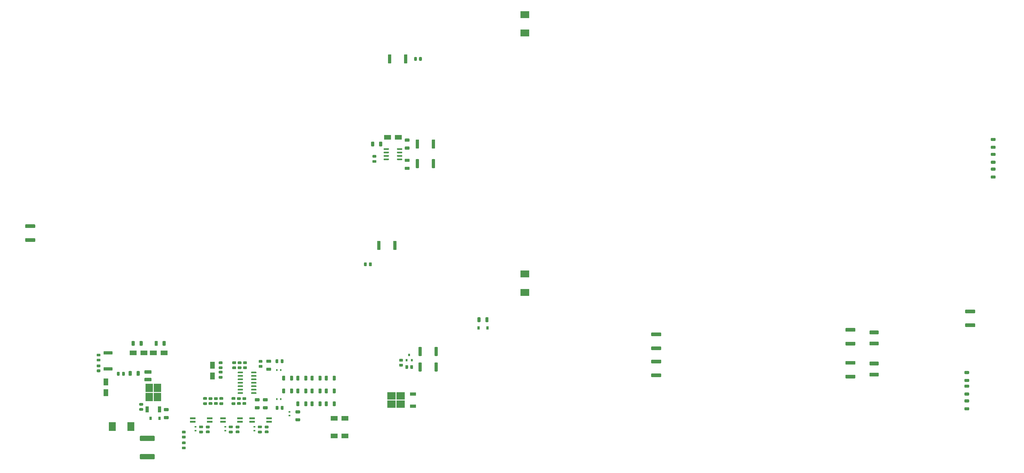
<source format=gtp>
G04 #@! TF.GenerationSoftware,KiCad,Pcbnew,(5.1.7)-1*
G04 #@! TF.CreationDate,2021-02-02T18:25:37+02:00*
G04 #@! TF.ProjectId,CP_inverter,43505f69-6e76-4657-9274-65722e6b6963,rev?*
G04 #@! TF.SameCoordinates,Original*
G04 #@! TF.FileFunction,Paste,Top*
G04 #@! TF.FilePolarity,Positive*
%FSLAX46Y46*%
G04 Gerber Fmt 4.6, Leading zero omitted, Abs format (unit mm)*
G04 Created by KiCad (PCBNEW (5.1.7)-1) date 2021-02-02 18:25:37*
%MOMM*%
%LPD*%
G01*
G04 APERTURE LIST*
%ADD10R,2.500000X1.800000*%
%ADD11R,0.600000X0.700000*%
%ADD12R,0.700000X0.600000*%
%ADD13R,0.900000X1.200000*%
%ADD14R,2.500000X3.300000*%
%ADD15R,3.300000X2.500000*%
%ADD16R,0.800000X0.900000*%
%ADD17R,3.050000X2.750000*%
%ADD18R,2.200000X1.200000*%
%ADD19R,2.000000X0.640000*%
%ADD20R,1.200000X2.200000*%
%ADD21R,2.750000X3.050000*%
%ADD22R,1.800000X2.500000*%
G04 APERTURE END LIST*
D10*
G04 #@! TO.C,D2*
X150500000Y-233500000D03*
X154500000Y-233500000D03*
G04 #@! TD*
G04 #@! TO.C,R17*
G36*
G01*
X109050002Y-208775000D02*
X108149998Y-208775000D01*
G75*
G02*
X107900000Y-208525002I0J249998D01*
G01*
X107900000Y-207999998D01*
G75*
G02*
X108149998Y-207750000I249998J0D01*
G01*
X109050002Y-207750000D01*
G75*
G02*
X109300000Y-207999998I0J-249998D01*
G01*
X109300000Y-208525002D01*
G75*
G02*
X109050002Y-208775000I-249998J0D01*
G01*
G37*
G36*
G01*
X109050002Y-206950000D02*
X108149998Y-206950000D01*
G75*
G02*
X107900000Y-206700002I0J249998D01*
G01*
X107900000Y-206174998D01*
G75*
G02*
X108149998Y-205925000I249998J0D01*
G01*
X109050002Y-205925000D01*
G75*
G02*
X109300000Y-206174998I0J-249998D01*
G01*
X109300000Y-206700002D01*
G75*
G02*
X109050002Y-206950000I-249998J0D01*
G01*
G37*
G04 #@! TD*
D11*
G04 #@! TO.C,D10*
X129400000Y-219850000D03*
X130800000Y-219850000D03*
G04 #@! TD*
G04 #@! TO.C,C1*
G36*
G01*
X124449999Y-219550000D02*
X125750001Y-219550000D01*
G75*
G02*
X126000000Y-219799999I0J-249999D01*
G01*
X126000000Y-220450001D01*
G75*
G02*
X125750001Y-220700000I-249999J0D01*
G01*
X124449999Y-220700000D01*
G75*
G02*
X124200000Y-220450001I0J249999D01*
G01*
X124200000Y-219799999D01*
G75*
G02*
X124449999Y-219550000I249999J0D01*
G01*
G37*
G36*
G01*
X124449999Y-222500000D02*
X125750001Y-222500000D01*
G75*
G02*
X126000000Y-222749999I0J-249999D01*
G01*
X126000000Y-223400001D01*
G75*
G02*
X125750001Y-223650000I-249999J0D01*
G01*
X124449999Y-223650000D01*
G75*
G02*
X124200000Y-223400001I0J249999D01*
G01*
X124200000Y-222749999D01*
G75*
G02*
X124449999Y-222500000I249999J0D01*
G01*
G37*
G04 #@! TD*
G04 #@! TO.C,C2*
G36*
G01*
X122625000Y-231550000D02*
X123575000Y-231550000D01*
G75*
G02*
X123825000Y-231800000I0J-250000D01*
G01*
X123825000Y-232300000D01*
G75*
G02*
X123575000Y-232550000I-250000J0D01*
G01*
X122625000Y-232550000D01*
G75*
G02*
X122375000Y-232300000I0J250000D01*
G01*
X122375000Y-231800000D01*
G75*
G02*
X122625000Y-231550000I250000J0D01*
G01*
G37*
G36*
G01*
X122625000Y-229650000D02*
X123575000Y-229650000D01*
G75*
G02*
X123825000Y-229900000I0J-250000D01*
G01*
X123825000Y-230400000D01*
G75*
G02*
X123575000Y-230650000I-250000J0D01*
G01*
X122625000Y-230650000D01*
G75*
G02*
X122375000Y-230400000I0J250000D01*
G01*
X122375000Y-229900000D01*
G75*
G02*
X122625000Y-229650000I250000J0D01*
G01*
G37*
G04 #@! TD*
G04 #@! TO.C,C3*
G36*
G01*
X100875000Y-229650000D02*
X101825000Y-229650000D01*
G75*
G02*
X102075000Y-229900000I0J-250000D01*
G01*
X102075000Y-230400000D01*
G75*
G02*
X101825000Y-230650000I-250000J0D01*
G01*
X100875000Y-230650000D01*
G75*
G02*
X100625000Y-230400000I0J250000D01*
G01*
X100625000Y-229900000D01*
G75*
G02*
X100875000Y-229650000I250000J0D01*
G01*
G37*
G36*
G01*
X100875000Y-231550000D02*
X101825000Y-231550000D01*
G75*
G02*
X102075000Y-231800000I0J-250000D01*
G01*
X102075000Y-232300000D01*
G75*
G02*
X101825000Y-232550000I-250000J0D01*
G01*
X100875000Y-232550000D01*
G75*
G02*
X100625000Y-232300000I0J250000D01*
G01*
X100625000Y-231800000D01*
G75*
G02*
X100875000Y-231550000I250000J0D01*
G01*
G37*
G04 #@! TD*
G04 #@! TO.C,C4*
G36*
G01*
X121449999Y-219550000D02*
X122750001Y-219550000D01*
G75*
G02*
X123000000Y-219799999I0J-249999D01*
G01*
X123000000Y-220450001D01*
G75*
G02*
X122750001Y-220700000I-249999J0D01*
G01*
X121449999Y-220700000D01*
G75*
G02*
X121200000Y-220450001I0J249999D01*
G01*
X121200000Y-219799999D01*
G75*
G02*
X121449999Y-219550000I249999J0D01*
G01*
G37*
G36*
G01*
X121449999Y-222500000D02*
X122750001Y-222500000D01*
G75*
G02*
X123000000Y-222749999I0J-249999D01*
G01*
X123000000Y-223400001D01*
G75*
G02*
X122750001Y-223650000I-249999J0D01*
G01*
X121449999Y-223650000D01*
G75*
G02*
X121200000Y-223400001I0J249999D01*
G01*
X121200000Y-222749999D01*
G75*
G02*
X121449999Y-222500000I249999J0D01*
G01*
G37*
G04 #@! TD*
G04 #@! TO.C,C5*
G36*
G01*
X112875000Y-219150000D02*
X113825000Y-219150000D01*
G75*
G02*
X114075000Y-219400000I0J-250000D01*
G01*
X114075000Y-219900000D01*
G75*
G02*
X113825000Y-220150000I-250000J0D01*
G01*
X112875000Y-220150000D01*
G75*
G02*
X112625000Y-219900000I0J250000D01*
G01*
X112625000Y-219400000D01*
G75*
G02*
X112875000Y-219150000I250000J0D01*
G01*
G37*
G36*
G01*
X112875000Y-221050000D02*
X113825000Y-221050000D01*
G75*
G02*
X114075000Y-221300000I0J-250000D01*
G01*
X114075000Y-221800000D01*
G75*
G02*
X113825000Y-222050000I-250000J0D01*
G01*
X112875000Y-222050000D01*
G75*
G02*
X112625000Y-221800000I0J250000D01*
G01*
X112625000Y-221300000D01*
G75*
G02*
X112875000Y-221050000I250000J0D01*
G01*
G37*
G04 #@! TD*
G04 #@! TO.C,C6*
G36*
G01*
X342912350Y-207125000D02*
X339587650Y-207125000D01*
G75*
G02*
X339400000Y-206937350I0J187650D01*
G01*
X339400000Y-205962650D01*
G75*
G02*
X339587650Y-205775000I187650J0D01*
G01*
X342912350Y-205775000D01*
G75*
G02*
X343100000Y-205962650I0J-187650D01*
G01*
X343100000Y-206937350D01*
G75*
G02*
X342912350Y-207125000I-187650J0D01*
G01*
G37*
G36*
G01*
X342912350Y-212225000D02*
X339587650Y-212225000D01*
G75*
G02*
X339400000Y-212037350I0J187650D01*
G01*
X339400000Y-211062650D01*
G75*
G02*
X339587650Y-210875000I187650J0D01*
G01*
X342912350Y-210875000D01*
G75*
G02*
X343100000Y-211062650I0J-187650D01*
G01*
X343100000Y-212037350D01*
G75*
G02*
X342912350Y-212225000I-187650J0D01*
G01*
G37*
G04 #@! TD*
G04 #@! TO.C,C7*
G36*
G01*
X342912350Y-194925000D02*
X339587650Y-194925000D01*
G75*
G02*
X339400000Y-194737350I0J187650D01*
G01*
X339400000Y-193762650D01*
G75*
G02*
X339587650Y-193575000I187650J0D01*
G01*
X342912350Y-193575000D01*
G75*
G02*
X343100000Y-193762650I0J-187650D01*
G01*
X343100000Y-194737350D01*
G75*
G02*
X342912350Y-194925000I-187650J0D01*
G01*
G37*
G36*
G01*
X342912350Y-200025000D02*
X339587650Y-200025000D01*
G75*
G02*
X339400000Y-199837350I0J187650D01*
G01*
X339400000Y-198862650D01*
G75*
G02*
X339587650Y-198675000I187650J0D01*
G01*
X342912350Y-198675000D01*
G75*
G02*
X343100000Y-198862650I0J-187650D01*
G01*
X343100000Y-199837350D01*
G75*
G02*
X342912350Y-200025000I-187650J0D01*
G01*
G37*
G04 #@! TD*
G04 #@! TO.C,C8*
G36*
G01*
X114075000Y-206900000D02*
X113125000Y-206900000D01*
G75*
G02*
X112875000Y-206650000I0J250000D01*
G01*
X112875000Y-206150000D01*
G75*
G02*
X113125000Y-205900000I250000J0D01*
G01*
X114075000Y-205900000D01*
G75*
G02*
X114325000Y-206150000I0J-250000D01*
G01*
X114325000Y-206650000D01*
G75*
G02*
X114075000Y-206900000I-250000J0D01*
G01*
G37*
G36*
G01*
X114075000Y-208800000D02*
X113125000Y-208800000D01*
G75*
G02*
X112875000Y-208550000I0J250000D01*
G01*
X112875000Y-208050000D01*
G75*
G02*
X113125000Y-207800000I250000J0D01*
G01*
X114075000Y-207800000D01*
G75*
G02*
X114325000Y-208050000I0J-250000D01*
G01*
X114325000Y-208550000D01*
G75*
G02*
X114075000Y-208800000I-250000J0D01*
G01*
G37*
G04 #@! TD*
G04 #@! TO.C,C10*
G36*
G01*
X102375000Y-219150000D02*
X103325000Y-219150000D01*
G75*
G02*
X103575000Y-219400000I0J-250000D01*
G01*
X103575000Y-219900000D01*
G75*
G02*
X103325000Y-220150000I-250000J0D01*
G01*
X102375000Y-220150000D01*
G75*
G02*
X102125000Y-219900000I0J250000D01*
G01*
X102125000Y-219400000D01*
G75*
G02*
X102375000Y-219150000I250000J0D01*
G01*
G37*
G36*
G01*
X102375000Y-221050000D02*
X103325000Y-221050000D01*
G75*
G02*
X103575000Y-221300000I0J-250000D01*
G01*
X103575000Y-221800000D01*
G75*
G02*
X103325000Y-222050000I-250000J0D01*
G01*
X102375000Y-222050000D01*
G75*
G02*
X102125000Y-221800000I0J250000D01*
G01*
X102125000Y-221300000D01*
G75*
G02*
X102375000Y-221050000I250000J0D01*
G01*
G37*
G04 #@! TD*
G04 #@! TO.C,C11*
G36*
G01*
X109325000Y-222050000D02*
X108375000Y-222050000D01*
G75*
G02*
X108125000Y-221800000I0J250000D01*
G01*
X108125000Y-221300000D01*
G75*
G02*
X108375000Y-221050000I250000J0D01*
G01*
X109325000Y-221050000D01*
G75*
G02*
X109575000Y-221300000I0J-250000D01*
G01*
X109575000Y-221800000D01*
G75*
G02*
X109325000Y-222050000I-250000J0D01*
G01*
G37*
G36*
G01*
X109325000Y-220150000D02*
X108375000Y-220150000D01*
G75*
G02*
X108125000Y-219900000I0J250000D01*
G01*
X108125000Y-219400000D01*
G75*
G02*
X108375000Y-219150000I250000J0D01*
G01*
X109325000Y-219150000D01*
G75*
G02*
X109575000Y-219400000I0J-250000D01*
G01*
X109575000Y-219900000D01*
G75*
G02*
X109325000Y-220150000I-250000J0D01*
G01*
G37*
G04 #@! TD*
G04 #@! TO.C,C12*
G36*
G01*
X125699999Y-205300000D02*
X127000001Y-205300000D01*
G75*
G02*
X127250000Y-205549999I0J-249999D01*
G01*
X127250000Y-206200001D01*
G75*
G02*
X127000001Y-206450000I-249999J0D01*
G01*
X125699999Y-206450000D01*
G75*
G02*
X125450000Y-206200001I0J249999D01*
G01*
X125450000Y-205549999D01*
G75*
G02*
X125699999Y-205300000I249999J0D01*
G01*
G37*
G36*
G01*
X125699999Y-208250000D02*
X127000001Y-208250000D01*
G75*
G02*
X127250000Y-208499999I0J-249999D01*
G01*
X127250000Y-209150001D01*
G75*
G02*
X127000001Y-209400000I-249999J0D01*
G01*
X125699999Y-209400000D01*
G75*
G02*
X125450000Y-209150001I0J249999D01*
G01*
X125450000Y-208499999D01*
G75*
G02*
X125699999Y-208250000I249999J0D01*
G01*
G37*
G04 #@! TD*
G04 #@! TO.C,C13*
G36*
G01*
X111875000Y-229650000D02*
X112825000Y-229650000D01*
G75*
G02*
X113075000Y-229900000I0J-250000D01*
G01*
X113075000Y-230400000D01*
G75*
G02*
X112825000Y-230650000I-250000J0D01*
G01*
X111875000Y-230650000D01*
G75*
G02*
X111625000Y-230400000I0J250000D01*
G01*
X111625000Y-229900000D01*
G75*
G02*
X111875000Y-229650000I250000J0D01*
G01*
G37*
G36*
G01*
X111875000Y-231550000D02*
X112825000Y-231550000D01*
G75*
G02*
X113075000Y-231800000I0J-250000D01*
G01*
X113075000Y-232300000D01*
G75*
G02*
X112825000Y-232550000I-250000J0D01*
G01*
X111875000Y-232550000D01*
G75*
G02*
X111625000Y-232300000I0J250000D01*
G01*
X111625000Y-231800000D01*
G75*
G02*
X111875000Y-231550000I250000J0D01*
G01*
G37*
G04 #@! TD*
G04 #@! TO.C,C14*
G36*
G01*
X271162350Y-211725000D02*
X267837650Y-211725000D01*
G75*
G02*
X267650000Y-211537350I0J187650D01*
G01*
X267650000Y-210562650D01*
G75*
G02*
X267837650Y-210375000I187650J0D01*
G01*
X271162350Y-210375000D01*
G75*
G02*
X271350000Y-210562650I0J-187650D01*
G01*
X271350000Y-211537350D01*
G75*
G02*
X271162350Y-211725000I-187650J0D01*
G01*
G37*
G36*
G01*
X271162350Y-206625000D02*
X267837650Y-206625000D01*
G75*
G02*
X267650000Y-206437350I0J187650D01*
G01*
X267650000Y-205462650D01*
G75*
G02*
X267837650Y-205275000I187650J0D01*
G01*
X271162350Y-205275000D01*
G75*
G02*
X271350000Y-205462650I0J-187650D01*
G01*
X271350000Y-206437350D01*
G75*
G02*
X271162350Y-206625000I-187650J0D01*
G01*
G37*
G04 #@! TD*
G04 #@! TO.C,C15*
G36*
G01*
X271162350Y-201725000D02*
X267837650Y-201725000D01*
G75*
G02*
X267650000Y-201537350I0J187650D01*
G01*
X267650000Y-200562650D01*
G75*
G02*
X267837650Y-200375000I187650J0D01*
G01*
X271162350Y-200375000D01*
G75*
G02*
X271350000Y-200562650I0J-187650D01*
G01*
X271350000Y-201537350D01*
G75*
G02*
X271162350Y-201725000I-187650J0D01*
G01*
G37*
G36*
G01*
X271162350Y-196625000D02*
X267837650Y-196625000D01*
G75*
G02*
X267650000Y-196437350I0J187650D01*
G01*
X267650000Y-195462650D01*
G75*
G02*
X267837650Y-195275000I187650J0D01*
G01*
X271162350Y-195275000D01*
G75*
G02*
X271350000Y-195462650I0J-187650D01*
G01*
X271350000Y-196437350D01*
G75*
G02*
X271162350Y-196625000I-187650J0D01*
G01*
G37*
G04 #@! TD*
G04 #@! TO.C,C16*
G36*
G01*
X109075000Y-210400000D02*
X108125000Y-210400000D01*
G75*
G02*
X107875000Y-210150000I0J250000D01*
G01*
X107875000Y-209650000D01*
G75*
G02*
X108125000Y-209400000I250000J0D01*
G01*
X109075000Y-209400000D01*
G75*
G02*
X109325000Y-209650000I0J-250000D01*
G01*
X109325000Y-210150000D01*
G75*
G02*
X109075000Y-210400000I-250000J0D01*
G01*
G37*
G36*
G01*
X109075000Y-212300000D02*
X108125000Y-212300000D01*
G75*
G02*
X107875000Y-212050000I0J250000D01*
G01*
X107875000Y-211550000D01*
G75*
G02*
X108125000Y-211300000I250000J0D01*
G01*
X109075000Y-211300000D01*
G75*
G02*
X109325000Y-211550000I0J-250000D01*
G01*
X109325000Y-212050000D01*
G75*
G02*
X109075000Y-212300000I-250000J0D01*
G01*
G37*
G04 #@! TD*
G04 #@! TO.C,C18*
G36*
G01*
X130800000Y-206325000D02*
X130800000Y-205375000D01*
G75*
G02*
X131050000Y-205125000I250000J0D01*
G01*
X131550000Y-205125000D01*
G75*
G02*
X131800000Y-205375000I0J-250000D01*
G01*
X131800000Y-206325000D01*
G75*
G02*
X131550000Y-206575000I-250000J0D01*
G01*
X131050000Y-206575000D01*
G75*
G02*
X130800000Y-206325000I0J250000D01*
G01*
G37*
G36*
G01*
X128900000Y-206325000D02*
X128900000Y-205375000D01*
G75*
G02*
X129150000Y-205125000I250000J0D01*
G01*
X129650000Y-205125000D01*
G75*
G02*
X129900000Y-205375000I0J-250000D01*
G01*
X129900000Y-206325000D01*
G75*
G02*
X129650000Y-206575000I-250000J0D01*
G01*
X129150000Y-206575000D01*
G75*
G02*
X128900000Y-206325000I0J250000D01*
G01*
G37*
G04 #@! TD*
G04 #@! TO.C,C20*
G36*
G01*
X204600000Y-189849999D02*
X204600000Y-191150001D01*
G75*
G02*
X204350001Y-191400000I-249999J0D01*
G01*
X203699999Y-191400000D01*
G75*
G02*
X203450000Y-191150001I0J249999D01*
G01*
X203450000Y-189849999D01*
G75*
G02*
X203699999Y-189600000I249999J0D01*
G01*
X204350001Y-189600000D01*
G75*
G02*
X204600000Y-189849999I0J-249999D01*
G01*
G37*
G36*
G01*
X207550000Y-189849999D02*
X207550000Y-191150001D01*
G75*
G02*
X207300001Y-191400000I-249999J0D01*
G01*
X206649999Y-191400000D01*
G75*
G02*
X206400000Y-191150001I0J249999D01*
G01*
X206400000Y-189849999D01*
G75*
G02*
X206649999Y-189600000I249999J0D01*
G01*
X207300001Y-189600000D01*
G75*
G02*
X207550000Y-189849999I0J-249999D01*
G01*
G37*
G04 #@! TD*
G04 #@! TO.C,C21*
G36*
G01*
X130850000Y-223575000D02*
X130850000Y-222625000D01*
G75*
G02*
X131100000Y-222375000I250000J0D01*
G01*
X131600000Y-222375000D01*
G75*
G02*
X131850000Y-222625000I0J-250000D01*
G01*
X131850000Y-223575000D01*
G75*
G02*
X131600000Y-223825000I-250000J0D01*
G01*
X131100000Y-223825000D01*
G75*
G02*
X130850000Y-223575000I0J250000D01*
G01*
G37*
G36*
G01*
X128950000Y-223575000D02*
X128950000Y-222625000D01*
G75*
G02*
X129200000Y-222375000I250000J0D01*
G01*
X129700000Y-222375000D01*
G75*
G02*
X129950000Y-222625000I0J-250000D01*
G01*
X129950000Y-223575000D01*
G75*
G02*
X129700000Y-223825000I-250000J0D01*
G01*
X129200000Y-223825000D01*
G75*
G02*
X128950000Y-223575000I0J250000D01*
G01*
G37*
G04 #@! TD*
G04 #@! TO.C,C22*
G36*
G01*
X36587650Y-155225000D02*
X39912350Y-155225000D01*
G75*
G02*
X40100000Y-155412650I0J-187650D01*
G01*
X40100000Y-156387350D01*
G75*
G02*
X39912350Y-156575000I-187650J0D01*
G01*
X36587650Y-156575000D01*
G75*
G02*
X36400000Y-156387350I0J187650D01*
G01*
X36400000Y-155412650D01*
G75*
G02*
X36587650Y-155225000I187650J0D01*
G01*
G37*
G36*
G01*
X36587650Y-160325000D02*
X39912350Y-160325000D01*
G75*
G02*
X40100000Y-160512650I0J-187650D01*
G01*
X40100000Y-161487350D01*
G75*
G02*
X39912350Y-161675000I-187650J0D01*
G01*
X36587650Y-161675000D01*
G75*
G02*
X36400000Y-161487350I0J187650D01*
G01*
X36400000Y-160512650D01*
G75*
G02*
X36587650Y-160325000I187650J0D01*
G01*
G37*
G04 #@! TD*
G04 #@! TO.C,C25*
G36*
G01*
X77550000Y-211000001D02*
X77550000Y-209699999D01*
G75*
G02*
X77799999Y-209450000I249999J0D01*
G01*
X78450001Y-209450000D01*
G75*
G02*
X78700000Y-209699999I0J-249999D01*
G01*
X78700000Y-211000001D01*
G75*
G02*
X78450001Y-211250000I-249999J0D01*
G01*
X77799999Y-211250000D01*
G75*
G02*
X77550000Y-211000001I0J249999D01*
G01*
G37*
G36*
G01*
X74600000Y-211000001D02*
X74600000Y-209699999D01*
G75*
G02*
X74849999Y-209450000I249999J0D01*
G01*
X75500001Y-209450000D01*
G75*
G02*
X75750000Y-209699999I0J-249999D01*
G01*
X75750000Y-211000001D01*
G75*
G02*
X75500001Y-211250000I-249999J0D01*
G01*
X74849999Y-211250000D01*
G75*
G02*
X74600000Y-211000001I0J249999D01*
G01*
G37*
G04 #@! TD*
G04 #@! TO.C,C26*
G36*
G01*
X79725000Y-224200000D02*
X78775000Y-224200000D01*
G75*
G02*
X78525000Y-223950000I0J250000D01*
G01*
X78525000Y-223450000D01*
G75*
G02*
X78775000Y-223200000I250000J0D01*
G01*
X79725000Y-223200000D01*
G75*
G02*
X79975000Y-223450000I0J-250000D01*
G01*
X79975000Y-223950000D01*
G75*
G02*
X79725000Y-224200000I-250000J0D01*
G01*
G37*
G36*
G01*
X79725000Y-222300000D02*
X78775000Y-222300000D01*
G75*
G02*
X78525000Y-222050000I0J250000D01*
G01*
X78525000Y-221550000D01*
G75*
G02*
X78775000Y-221300000I250000J0D01*
G01*
X79725000Y-221300000D01*
G75*
G02*
X79975000Y-221550000I0J-250000D01*
G01*
X79975000Y-222050000D01*
G75*
G02*
X79725000Y-222300000I-250000J0D01*
G01*
G37*
G04 #@! TD*
G04 #@! TO.C,C29*
G36*
G01*
X87849999Y-223200000D02*
X89150001Y-223200000D01*
G75*
G02*
X89400000Y-223449999I0J-249999D01*
G01*
X89400000Y-224100001D01*
G75*
G02*
X89150001Y-224350000I-249999J0D01*
G01*
X87849999Y-224350000D01*
G75*
G02*
X87600000Y-224100001I0J249999D01*
G01*
X87600000Y-223449999D01*
G75*
G02*
X87849999Y-223200000I249999J0D01*
G01*
G37*
G36*
G01*
X87849999Y-226150000D02*
X89150001Y-226150000D01*
G75*
G02*
X89400000Y-226399999I0J-249999D01*
G01*
X89400000Y-227050001D01*
G75*
G02*
X89150001Y-227300000I-249999J0D01*
G01*
X87849999Y-227300000D01*
G75*
G02*
X87600000Y-227050001I0J249999D01*
G01*
X87600000Y-226399999D01*
G75*
G02*
X87849999Y-226150000I249999J0D01*
G01*
G37*
G04 #@! TD*
G04 #@! TO.C,C34*
G36*
G01*
X72200000Y-210975000D02*
X72200000Y-210025000D01*
G75*
G02*
X72450000Y-209775000I250000J0D01*
G01*
X72950000Y-209775000D01*
G75*
G02*
X73200000Y-210025000I0J-250000D01*
G01*
X73200000Y-210975000D01*
G75*
G02*
X72950000Y-211225000I-250000J0D01*
G01*
X72450000Y-211225000D01*
G75*
G02*
X72200000Y-210975000I0J250000D01*
G01*
G37*
G36*
G01*
X70300000Y-210975000D02*
X70300000Y-210025000D01*
G75*
G02*
X70550000Y-209775000I250000J0D01*
G01*
X71050000Y-209775000D01*
G75*
G02*
X71300000Y-210025000I0J-250000D01*
G01*
X71300000Y-210975000D01*
G75*
G02*
X71050000Y-211225000I-250000J0D01*
G01*
X70550000Y-211225000D01*
G75*
G02*
X70300000Y-210975000I0J250000D01*
G01*
G37*
G04 #@! TD*
G04 #@! TO.C,C42*
G36*
G01*
X75700000Y-199900001D02*
X75700000Y-198599999D01*
G75*
G02*
X75949999Y-198350000I249999J0D01*
G01*
X76600001Y-198350000D01*
G75*
G02*
X76850000Y-198599999I0J-249999D01*
G01*
X76850000Y-199900001D01*
G75*
G02*
X76600001Y-200150000I-249999J0D01*
G01*
X75949999Y-200150000D01*
G75*
G02*
X75700000Y-199900001I0J249999D01*
G01*
G37*
G36*
G01*
X78650000Y-199900001D02*
X78650000Y-198599999D01*
G75*
G02*
X78899999Y-198350000I249999J0D01*
G01*
X79550001Y-198350000D01*
G75*
G02*
X79800000Y-198599999I0J-249999D01*
G01*
X79800000Y-199900001D01*
G75*
G02*
X79550001Y-200150000I-249999J0D01*
G01*
X78899999Y-200150000D01*
G75*
G02*
X78650000Y-199900001I0J249999D01*
G01*
G37*
G04 #@! TD*
G04 #@! TO.C,C43*
G36*
G01*
X87150000Y-199900001D02*
X87150000Y-198599999D01*
G75*
G02*
X87399999Y-198350000I249999J0D01*
G01*
X88050001Y-198350000D01*
G75*
G02*
X88300000Y-198599999I0J-249999D01*
G01*
X88300000Y-199900001D01*
G75*
G02*
X88050001Y-200150000I-249999J0D01*
G01*
X87399999Y-200150000D01*
G75*
G02*
X87150000Y-199900001I0J249999D01*
G01*
G37*
G36*
G01*
X84200000Y-199900001D02*
X84200000Y-198599999D01*
G75*
G02*
X84449999Y-198350000I249999J0D01*
G01*
X85100001Y-198350000D01*
G75*
G02*
X85350000Y-198599999I0J-249999D01*
G01*
X85350000Y-199900001D01*
G75*
G02*
X85100001Y-200150000I-249999J0D01*
G01*
X84449999Y-200150000D01*
G75*
G02*
X84200000Y-199900001I0J249999D01*
G01*
G37*
G04 #@! TD*
G04 #@! TO.C,C49*
G36*
G01*
X165350000Y-124849999D02*
X165350000Y-126150001D01*
G75*
G02*
X165100001Y-126400000I-249999J0D01*
G01*
X164449999Y-126400000D01*
G75*
G02*
X164200000Y-126150001I0J249999D01*
G01*
X164200000Y-124849999D01*
G75*
G02*
X164449999Y-124600000I249999J0D01*
G01*
X165100001Y-124600000D01*
G75*
G02*
X165350000Y-124849999I0J-249999D01*
G01*
G37*
G36*
G01*
X168300000Y-124849999D02*
X168300000Y-126150001D01*
G75*
G02*
X168050001Y-126400000I-249999J0D01*
G01*
X167399999Y-126400000D01*
G75*
G02*
X167150000Y-126150001I0J249999D01*
G01*
X167150000Y-124849999D01*
G75*
G02*
X167399999Y-124600000I249999J0D01*
G01*
X168050001Y-124600000D01*
G75*
G02*
X168300000Y-124849999I0J-249999D01*
G01*
G37*
G04 #@! TD*
G04 #@! TO.C,C50*
G36*
G01*
X164925000Y-129550000D02*
X165875000Y-129550000D01*
G75*
G02*
X166125000Y-129800000I0J-250000D01*
G01*
X166125000Y-130300000D01*
G75*
G02*
X165875000Y-130550000I-250000J0D01*
G01*
X164925000Y-130550000D01*
G75*
G02*
X164675000Y-130300000I0J250000D01*
G01*
X164675000Y-129800000D01*
G75*
G02*
X164925000Y-129550000I250000J0D01*
G01*
G37*
G36*
G01*
X164925000Y-131450000D02*
X165875000Y-131450000D01*
G75*
G02*
X166125000Y-131700000I0J-250000D01*
G01*
X166125000Y-132200000D01*
G75*
G02*
X165875000Y-132450000I-250000J0D01*
G01*
X164925000Y-132450000D01*
G75*
G02*
X164675000Y-132200000I0J250000D01*
G01*
X164675000Y-131700000D01*
G75*
G02*
X164925000Y-131450000I250000J0D01*
G01*
G37*
G04 #@! TD*
G04 #@! TO.C,C55*
G36*
G01*
X383837650Y-191875000D02*
X387162350Y-191875000D01*
G75*
G02*
X387350000Y-192062650I0J-187650D01*
G01*
X387350000Y-193037350D01*
G75*
G02*
X387162350Y-193225000I-187650J0D01*
G01*
X383837650Y-193225000D01*
G75*
G02*
X383650000Y-193037350I0J187650D01*
G01*
X383650000Y-192062650D01*
G75*
G02*
X383837650Y-191875000I187650J0D01*
G01*
G37*
G36*
G01*
X383837650Y-186775000D02*
X387162350Y-186775000D01*
G75*
G02*
X387350000Y-186962650I0J-187650D01*
G01*
X387350000Y-187937350D01*
G75*
G02*
X387162350Y-188125000I-187650J0D01*
G01*
X383837650Y-188125000D01*
G75*
G02*
X383650000Y-187937350I0J187650D01*
G01*
X383650000Y-186962650D01*
G75*
G02*
X383837650Y-186775000I187650J0D01*
G01*
G37*
G04 #@! TD*
G04 #@! TO.C,C56*
G36*
G01*
X176849999Y-130950000D02*
X178150001Y-130950000D01*
G75*
G02*
X178400000Y-131199999I0J-249999D01*
G01*
X178400000Y-131850001D01*
G75*
G02*
X178150001Y-132100000I-249999J0D01*
G01*
X176849999Y-132100000D01*
G75*
G02*
X176600000Y-131850001I0J249999D01*
G01*
X176600000Y-131199999D01*
G75*
G02*
X176849999Y-130950000I249999J0D01*
G01*
G37*
G36*
G01*
X176849999Y-133900000D02*
X178150001Y-133900000D01*
G75*
G02*
X178400000Y-134149999I0J-249999D01*
G01*
X178400000Y-134800001D01*
G75*
G02*
X178150001Y-135050000I-249999J0D01*
G01*
X176849999Y-135050000D01*
G75*
G02*
X176600000Y-134800001I0J249999D01*
G01*
X176600000Y-134149999D01*
G75*
G02*
X176849999Y-133900000I249999J0D01*
G01*
G37*
G04 #@! TD*
G04 #@! TO.C,C57*
G36*
G01*
X176849999Y-126425000D02*
X178150001Y-126425000D01*
G75*
G02*
X178400000Y-126674999I0J-249999D01*
G01*
X178400000Y-127325001D01*
G75*
G02*
X178150001Y-127575000I-249999J0D01*
G01*
X176849999Y-127575000D01*
G75*
G02*
X176600000Y-127325001I0J249999D01*
G01*
X176600000Y-126674999D01*
G75*
G02*
X176849999Y-126425000I249999J0D01*
G01*
G37*
G36*
G01*
X176849999Y-123475000D02*
X178150001Y-123475000D01*
G75*
G02*
X178400000Y-123724999I0J-249999D01*
G01*
X178400000Y-124375001D01*
G75*
G02*
X178150001Y-124625000I-249999J0D01*
G01*
X176849999Y-124625000D01*
G75*
G02*
X176600000Y-124375001I0J249999D01*
G01*
X176600000Y-123724999D01*
G75*
G02*
X176849999Y-123475000I249999J0D01*
G01*
G37*
G04 #@! TD*
D12*
G04 #@! TO.C,D1*
X134000000Y-226000000D03*
X134000000Y-224600000D03*
G04 #@! TD*
G04 #@! TO.C,D4*
X121100000Y-231550000D03*
X121100000Y-230150000D03*
G04 #@! TD*
G04 #@! TO.C,D5*
X99350000Y-230150000D03*
X99350000Y-231550000D03*
G04 #@! TD*
G04 #@! TO.C,D6*
X110350000Y-230150000D03*
X110350000Y-231550000D03*
G04 #@! TD*
D11*
G04 #@! TO.C,D8*
X130800000Y-209100000D03*
X129400000Y-209100000D03*
G04 #@! TD*
D13*
G04 #@! TO.C,D9*
X207150000Y-193500000D03*
X203850000Y-193500000D03*
G04 #@! TD*
D14*
G04 #@! TO.C,D13*
X68600000Y-230000000D03*
X75400000Y-230000000D03*
G04 #@! TD*
D13*
G04 #@! TO.C,D14*
X86000000Y-227000000D03*
X82700000Y-227000000D03*
G04 #@! TD*
D15*
G04 #@! TO.C,D15*
X221000000Y-77600000D03*
X221000000Y-84400000D03*
G04 #@! TD*
G04 #@! TO.C,D17*
X221000000Y-173600000D03*
X221000000Y-180400000D03*
G04 #@! TD*
G04 #@! TO.C,D20*
G36*
G01*
X95456250Y-238425000D02*
X94543750Y-238425000D01*
G75*
G02*
X94300000Y-238181250I0J243750D01*
G01*
X94300000Y-237693750D01*
G75*
G02*
X94543750Y-237450000I243750J0D01*
G01*
X95456250Y-237450000D01*
G75*
G02*
X95700000Y-237693750I0J-243750D01*
G01*
X95700000Y-238181250D01*
G75*
G02*
X95456250Y-238425000I-243750J0D01*
G01*
G37*
G36*
G01*
X95456250Y-236550000D02*
X94543750Y-236550000D01*
G75*
G02*
X94300000Y-236306250I0J243750D01*
G01*
X94300000Y-235818750D01*
G75*
G02*
X94543750Y-235575000I243750J0D01*
G01*
X95456250Y-235575000D01*
G75*
G02*
X95700000Y-235818750I0J-243750D01*
G01*
X95700000Y-236306250D01*
G75*
G02*
X95456250Y-236550000I-243750J0D01*
G01*
G37*
G04 #@! TD*
G04 #@! TO.C,D21*
G36*
G01*
X63043750Y-204950000D02*
X63956250Y-204950000D01*
G75*
G02*
X64200000Y-205193750I0J-243750D01*
G01*
X64200000Y-205681250D01*
G75*
G02*
X63956250Y-205925000I-243750J0D01*
G01*
X63043750Y-205925000D01*
G75*
G02*
X62800000Y-205681250I0J243750D01*
G01*
X62800000Y-205193750D01*
G75*
G02*
X63043750Y-204950000I243750J0D01*
G01*
G37*
G36*
G01*
X63043750Y-203075000D02*
X63956250Y-203075000D01*
G75*
G02*
X64200000Y-203318750I0J-243750D01*
G01*
X64200000Y-203806250D01*
G75*
G02*
X63956250Y-204050000I-243750J0D01*
G01*
X63043750Y-204050000D01*
G75*
G02*
X62800000Y-203806250I0J243750D01*
G01*
X62800000Y-203318750D01*
G75*
G02*
X63043750Y-203075000I243750J0D01*
G01*
G37*
G04 #@! TD*
D10*
G04 #@! TO.C,D22*
X76250000Y-202750000D03*
X80250000Y-202750000D03*
G04 #@! TD*
G04 #@! TO.C,D23*
X87750000Y-202750000D03*
X83750000Y-202750000D03*
G04 #@! TD*
G04 #@! TO.C,F2*
G36*
G01*
X79024999Y-233450000D02*
X83975001Y-233450000D01*
G75*
G02*
X84225000Y-233699999I0J-249999D01*
G01*
X84225000Y-235125001D01*
G75*
G02*
X83975001Y-235375000I-249999J0D01*
G01*
X79024999Y-235375000D01*
G75*
G02*
X78775000Y-235125001I0J249999D01*
G01*
X78775000Y-233699999D01*
G75*
G02*
X79024999Y-233450000I249999J0D01*
G01*
G37*
G36*
G01*
X79024999Y-240225000D02*
X83975001Y-240225000D01*
G75*
G02*
X84225000Y-240474999I0J-249999D01*
G01*
X84225000Y-241900001D01*
G75*
G02*
X83975001Y-242150000I-249999J0D01*
G01*
X79024999Y-242150000D01*
G75*
G02*
X78775000Y-241900001I0J249999D01*
G01*
X78775000Y-240474999D01*
G75*
G02*
X79024999Y-240225000I249999J0D01*
G01*
G37*
G04 #@! TD*
G04 #@! TO.C,GD1*
G36*
G01*
X348549999Y-206000000D02*
X351450001Y-206000000D01*
G75*
G02*
X351700000Y-206249999I0J-249999D01*
G01*
X351700000Y-207150001D01*
G75*
G02*
X351450001Y-207400000I-249999J0D01*
G01*
X348549999Y-207400000D01*
G75*
G02*
X348300000Y-207150001I0J249999D01*
G01*
X348300000Y-206249999D01*
G75*
G02*
X348549999Y-206000000I249999J0D01*
G01*
G37*
G36*
G01*
X348550600Y-210100000D02*
X351449400Y-210100000D01*
G75*
G02*
X351700000Y-210350600I0J-250600D01*
G01*
X351700000Y-211249400D01*
G75*
G02*
X351449400Y-211500000I-250600J0D01*
G01*
X348550600Y-211500000D01*
G75*
G02*
X348300000Y-211249400I0J250600D01*
G01*
X348300000Y-210350600D01*
G75*
G02*
X348550600Y-210100000I250600J0D01*
G01*
G37*
G04 #@! TD*
G04 #@! TO.C,GD2*
G36*
G01*
X348550600Y-198600000D02*
X351449400Y-198600000D01*
G75*
G02*
X351700000Y-198850600I0J-250600D01*
G01*
X351700000Y-199749400D01*
G75*
G02*
X351449400Y-200000000I-250600J0D01*
G01*
X348550600Y-200000000D01*
G75*
G02*
X348300000Y-199749400I0J250600D01*
G01*
X348300000Y-198850600D01*
G75*
G02*
X348550600Y-198600000I250600J0D01*
G01*
G37*
G36*
G01*
X348549999Y-194500000D02*
X351450001Y-194500000D01*
G75*
G02*
X351700000Y-194749999I0J-249999D01*
G01*
X351700000Y-195650001D01*
G75*
G02*
X351450001Y-195900000I-249999J0D01*
G01*
X348549999Y-195900000D01*
G75*
G02*
X348300000Y-195650001I0J249999D01*
G01*
X348300000Y-194749999D01*
G75*
G02*
X348549999Y-194500000I249999J0D01*
G01*
G37*
G04 #@! TD*
G04 #@! TO.C,L1*
G36*
G01*
X82825000Y-213275000D02*
X80675000Y-213275000D01*
G75*
G02*
X80425000Y-213025000I0J250000D01*
G01*
X80425000Y-212275000D01*
G75*
G02*
X80675000Y-212025000I250000J0D01*
G01*
X82825000Y-212025000D01*
G75*
G02*
X83075000Y-212275000I0J-250000D01*
G01*
X83075000Y-213025000D01*
G75*
G02*
X82825000Y-213275000I-250000J0D01*
G01*
G37*
G36*
G01*
X82825000Y-210475000D02*
X80675000Y-210475000D01*
G75*
G02*
X80425000Y-210225000I0J250000D01*
G01*
X80425000Y-209475000D01*
G75*
G02*
X80675000Y-209225000I250000J0D01*
G01*
X82825000Y-209225000D01*
G75*
G02*
X83075000Y-209475000I0J-250000D01*
G01*
X83075000Y-210225000D01*
G75*
G02*
X82825000Y-210475000I-250000J0D01*
G01*
G37*
G04 #@! TD*
D16*
G04 #@! TO.C,Q1*
X177300000Y-205500000D03*
X179200000Y-205500000D03*
X178250000Y-203500000D03*
G04 #@! TD*
G04 #@! TO.C,R1*
G36*
G01*
X150000000Y-222225002D02*
X150000000Y-220974998D01*
G75*
G02*
X150249998Y-220725000I249998J0D01*
G01*
X150875002Y-220725000D01*
G75*
G02*
X151125000Y-220974998I0J-249998D01*
G01*
X151125000Y-222225002D01*
G75*
G02*
X150875002Y-222475000I-249998J0D01*
G01*
X150249998Y-222475000D01*
G75*
G02*
X150000000Y-222225002I0J249998D01*
G01*
G37*
G36*
G01*
X147075000Y-222225002D02*
X147075000Y-220974998D01*
G75*
G02*
X147324998Y-220725000I249998J0D01*
G01*
X147950002Y-220725000D01*
G75*
G02*
X148200000Y-220974998I0J-249998D01*
G01*
X148200000Y-222225002D01*
G75*
G02*
X147950002Y-222475000I-249998J0D01*
G01*
X147324998Y-222475000D01*
G75*
G02*
X147075000Y-222225002I0J249998D01*
G01*
G37*
G04 #@! TD*
G04 #@! TO.C,R2*
G36*
G01*
X141825000Y-222225002D02*
X141825000Y-220974998D01*
G75*
G02*
X142074998Y-220725000I249998J0D01*
G01*
X142700002Y-220725000D01*
G75*
G02*
X142950000Y-220974998I0J-249998D01*
G01*
X142950000Y-222225002D01*
G75*
G02*
X142700002Y-222475000I-249998J0D01*
G01*
X142074998Y-222475000D01*
G75*
G02*
X141825000Y-222225002I0J249998D01*
G01*
G37*
G36*
G01*
X144750000Y-222225002D02*
X144750000Y-220974998D01*
G75*
G02*
X144999998Y-220725000I249998J0D01*
G01*
X145625002Y-220725000D01*
G75*
G02*
X145875000Y-220974998I0J-249998D01*
G01*
X145875000Y-222225002D01*
G75*
G02*
X145625002Y-222475000I-249998J0D01*
G01*
X144999998Y-222475000D01*
G75*
G02*
X144750000Y-222225002I0J249998D01*
G01*
G37*
G04 #@! TD*
G04 #@! TO.C,R3*
G36*
G01*
X136575000Y-222225002D02*
X136575000Y-220974998D01*
G75*
G02*
X136824998Y-220725000I249998J0D01*
G01*
X137450002Y-220725000D01*
G75*
G02*
X137700000Y-220974998I0J-249998D01*
G01*
X137700000Y-222225002D01*
G75*
G02*
X137450002Y-222475000I-249998J0D01*
G01*
X136824998Y-222475000D01*
G75*
G02*
X136575000Y-222225002I0J249998D01*
G01*
G37*
G36*
G01*
X139500000Y-222225002D02*
X139500000Y-220974998D01*
G75*
G02*
X139749998Y-220725000I249998J0D01*
G01*
X140375002Y-220725000D01*
G75*
G02*
X140625000Y-220974998I0J-249998D01*
G01*
X140625000Y-222225002D01*
G75*
G02*
X140375002Y-222475000I-249998J0D01*
G01*
X139749998Y-222475000D01*
G75*
G02*
X139500000Y-222225002I0J249998D01*
G01*
G37*
G04 #@! TD*
G04 #@! TO.C,R5*
G36*
G01*
X126050002Y-230700000D02*
X125149998Y-230700000D01*
G75*
G02*
X124900000Y-230450002I0J249998D01*
G01*
X124900000Y-229924998D01*
G75*
G02*
X125149998Y-229675000I249998J0D01*
G01*
X126050002Y-229675000D01*
G75*
G02*
X126300000Y-229924998I0J-249998D01*
G01*
X126300000Y-230450002D01*
G75*
G02*
X126050002Y-230700000I-249998J0D01*
G01*
G37*
G36*
G01*
X126050002Y-232525000D02*
X125149998Y-232525000D01*
G75*
G02*
X124900000Y-232275002I0J249998D01*
G01*
X124900000Y-231749998D01*
G75*
G02*
X125149998Y-231500000I249998J0D01*
G01*
X126050002Y-231500000D01*
G75*
G02*
X126300000Y-231749998I0J-249998D01*
G01*
X126300000Y-232275002D01*
G75*
G02*
X126050002Y-232525000I-249998J0D01*
G01*
G37*
G04 #@! TD*
G04 #@! TO.C,R6*
G36*
G01*
X104300002Y-232525000D02*
X103399998Y-232525000D01*
G75*
G02*
X103150000Y-232275002I0J249998D01*
G01*
X103150000Y-231749998D01*
G75*
G02*
X103399998Y-231500000I249998J0D01*
G01*
X104300002Y-231500000D01*
G75*
G02*
X104550000Y-231749998I0J-249998D01*
G01*
X104550000Y-232275002D01*
G75*
G02*
X104300002Y-232525000I-249998J0D01*
G01*
G37*
G36*
G01*
X104300002Y-230700000D02*
X103399998Y-230700000D01*
G75*
G02*
X103150000Y-230450002I0J249998D01*
G01*
X103150000Y-229924998D01*
G75*
G02*
X103399998Y-229675000I249998J0D01*
G01*
X104300002Y-229675000D01*
G75*
G02*
X104550000Y-229924998I0J-249998D01*
G01*
X104550000Y-230450002D01*
G75*
G02*
X104300002Y-230700000I-249998J0D01*
G01*
G37*
G04 #@! TD*
G04 #@! TO.C,R7*
G36*
G01*
X116899998Y-221000000D02*
X117800002Y-221000000D01*
G75*
G02*
X118050000Y-221249998I0J-249998D01*
G01*
X118050000Y-221775002D01*
G75*
G02*
X117800002Y-222025000I-249998J0D01*
G01*
X116899998Y-222025000D01*
G75*
G02*
X116650000Y-221775002I0J249998D01*
G01*
X116650000Y-221249998D01*
G75*
G02*
X116899998Y-221000000I249998J0D01*
G01*
G37*
G36*
G01*
X116899998Y-219175000D02*
X117800002Y-219175000D01*
G75*
G02*
X118050000Y-219424998I0J-249998D01*
G01*
X118050000Y-219950002D01*
G75*
G02*
X117800002Y-220200000I-249998J0D01*
G01*
X116899998Y-220200000D01*
G75*
G02*
X116650000Y-219950002I0J249998D01*
G01*
X116650000Y-219424998D01*
G75*
G02*
X116899998Y-219175000I249998J0D01*
G01*
G37*
G04 #@! TD*
G04 #@! TO.C,R8*
G36*
G01*
X115800002Y-222025000D02*
X114899998Y-222025000D01*
G75*
G02*
X114650000Y-221775002I0J249998D01*
G01*
X114650000Y-221249998D01*
G75*
G02*
X114899998Y-221000000I249998J0D01*
G01*
X115800002Y-221000000D01*
G75*
G02*
X116050000Y-221249998I0J-249998D01*
G01*
X116050000Y-221775002D01*
G75*
G02*
X115800002Y-222025000I-249998J0D01*
G01*
G37*
G36*
G01*
X115800002Y-220200000D02*
X114899998Y-220200000D01*
G75*
G02*
X114650000Y-219950002I0J249998D01*
G01*
X114650000Y-219424998D01*
G75*
G02*
X114899998Y-219175000I249998J0D01*
G01*
X115800002Y-219175000D01*
G75*
G02*
X116050000Y-219424998I0J-249998D01*
G01*
X116050000Y-219950002D01*
G75*
G02*
X115800002Y-220200000I-249998J0D01*
G01*
G37*
G04 #@! TD*
G04 #@! TO.C,R9*
G36*
G01*
X118050002Y-206950000D02*
X117149998Y-206950000D01*
G75*
G02*
X116900000Y-206700002I0J249998D01*
G01*
X116900000Y-206174998D01*
G75*
G02*
X117149998Y-205925000I249998J0D01*
G01*
X118050002Y-205925000D01*
G75*
G02*
X118300000Y-206174998I0J-249998D01*
G01*
X118300000Y-206700002D01*
G75*
G02*
X118050002Y-206950000I-249998J0D01*
G01*
G37*
G36*
G01*
X118050002Y-208775000D02*
X117149998Y-208775000D01*
G75*
G02*
X116900000Y-208525002I0J249998D01*
G01*
X116900000Y-207999998D01*
G75*
G02*
X117149998Y-207750000I249998J0D01*
G01*
X118050002Y-207750000D01*
G75*
G02*
X118300000Y-207999998I0J-249998D01*
G01*
X118300000Y-208525002D01*
G75*
G02*
X118050002Y-208775000I-249998J0D01*
G01*
G37*
G04 #@! TD*
G04 #@! TO.C,R10*
G36*
G01*
X115149998Y-205925000D02*
X116050002Y-205925000D01*
G75*
G02*
X116300000Y-206174998I0J-249998D01*
G01*
X116300000Y-206700002D01*
G75*
G02*
X116050002Y-206950000I-249998J0D01*
G01*
X115149998Y-206950000D01*
G75*
G02*
X114900000Y-206700002I0J249998D01*
G01*
X114900000Y-206174998D01*
G75*
G02*
X115149998Y-205925000I249998J0D01*
G01*
G37*
G36*
G01*
X115149998Y-207750000D02*
X116050002Y-207750000D01*
G75*
G02*
X116300000Y-207999998I0J-249998D01*
G01*
X116300000Y-208525002D01*
G75*
G02*
X116050002Y-208775000I-249998J0D01*
G01*
X115149998Y-208775000D01*
G75*
G02*
X114900000Y-208525002I0J249998D01*
G01*
X114900000Y-207999998D01*
G75*
G02*
X115149998Y-207750000I249998J0D01*
G01*
G37*
G04 #@! TD*
G04 #@! TO.C,R11*
G36*
G01*
X107300002Y-220200000D02*
X106399998Y-220200000D01*
G75*
G02*
X106150000Y-219950002I0J249998D01*
G01*
X106150000Y-219424998D01*
G75*
G02*
X106399998Y-219175000I249998J0D01*
G01*
X107300002Y-219175000D01*
G75*
G02*
X107550000Y-219424998I0J-249998D01*
G01*
X107550000Y-219950002D01*
G75*
G02*
X107300002Y-220200000I-249998J0D01*
G01*
G37*
G36*
G01*
X107300002Y-222025000D02*
X106399998Y-222025000D01*
G75*
G02*
X106150000Y-221775002I0J249998D01*
G01*
X106150000Y-221249998D01*
G75*
G02*
X106399998Y-221000000I249998J0D01*
G01*
X107300002Y-221000000D01*
G75*
G02*
X107550000Y-221249998I0J-249998D01*
G01*
X107550000Y-221775002D01*
G75*
G02*
X107300002Y-222025000I-249998J0D01*
G01*
G37*
G04 #@! TD*
G04 #@! TO.C,R12*
G36*
G01*
X105300002Y-220200000D02*
X104399998Y-220200000D01*
G75*
G02*
X104150000Y-219950002I0J249998D01*
G01*
X104150000Y-219424998D01*
G75*
G02*
X104399998Y-219175000I249998J0D01*
G01*
X105300002Y-219175000D01*
G75*
G02*
X105550000Y-219424998I0J-249998D01*
G01*
X105550000Y-219950002D01*
G75*
G02*
X105300002Y-220200000I-249998J0D01*
G01*
G37*
G36*
G01*
X105300002Y-222025000D02*
X104399998Y-222025000D01*
G75*
G02*
X104150000Y-221775002I0J249998D01*
G01*
X104150000Y-221249998D01*
G75*
G02*
X104399998Y-221000000I249998J0D01*
G01*
X105300002Y-221000000D01*
G75*
G02*
X105550000Y-221249998I0J-249998D01*
G01*
X105550000Y-221775002D01*
G75*
G02*
X105300002Y-222025000I-249998J0D01*
G01*
G37*
G04 #@! TD*
G04 #@! TO.C,R13*
G36*
G01*
X383624998Y-219975000D02*
X384875002Y-219975000D01*
G75*
G02*
X385125000Y-220224998I0J-249998D01*
G01*
X385125000Y-220850002D01*
G75*
G02*
X384875002Y-221100000I-249998J0D01*
G01*
X383624998Y-221100000D01*
G75*
G02*
X383375000Y-220850002I0J249998D01*
G01*
X383375000Y-220224998D01*
G75*
G02*
X383624998Y-219975000I249998J0D01*
G01*
G37*
G36*
G01*
X383624998Y-222900000D02*
X384875002Y-222900000D01*
G75*
G02*
X385125000Y-223149998I0J-249998D01*
G01*
X385125000Y-223775002D01*
G75*
G02*
X384875002Y-224025000I-249998J0D01*
G01*
X383624998Y-224025000D01*
G75*
G02*
X383375000Y-223775002I0J249998D01*
G01*
X383375000Y-223149998D01*
G75*
G02*
X383624998Y-222900000I249998J0D01*
G01*
G37*
G04 #@! TD*
G04 #@! TO.C,R14*
G36*
G01*
X383624998Y-217450000D02*
X384875002Y-217450000D01*
G75*
G02*
X385125000Y-217699998I0J-249998D01*
G01*
X385125000Y-218325002D01*
G75*
G02*
X384875002Y-218575000I-249998J0D01*
G01*
X383624998Y-218575000D01*
G75*
G02*
X383375000Y-218325002I0J249998D01*
G01*
X383375000Y-217699998D01*
G75*
G02*
X383624998Y-217450000I249998J0D01*
G01*
G37*
G36*
G01*
X383624998Y-214525000D02*
X384875002Y-214525000D01*
G75*
G02*
X385125000Y-214774998I0J-249998D01*
G01*
X385125000Y-215400002D01*
G75*
G02*
X384875002Y-215650000I-249998J0D01*
G01*
X383624998Y-215650000D01*
G75*
G02*
X383375000Y-215400002I0J249998D01*
G01*
X383375000Y-214774998D01*
G75*
G02*
X383624998Y-214525000I249998J0D01*
G01*
G37*
G04 #@! TD*
G04 #@! TO.C,R15*
G36*
G01*
X383624998Y-209475000D02*
X384875002Y-209475000D01*
G75*
G02*
X385125000Y-209724998I0J-249998D01*
G01*
X385125000Y-210350002D01*
G75*
G02*
X384875002Y-210600000I-249998J0D01*
G01*
X383624998Y-210600000D01*
G75*
G02*
X383375000Y-210350002I0J249998D01*
G01*
X383375000Y-209724998D01*
G75*
G02*
X383624998Y-209475000I249998J0D01*
G01*
G37*
G36*
G01*
X383624998Y-212400000D02*
X384875002Y-212400000D01*
G75*
G02*
X385125000Y-212649998I0J-249998D01*
G01*
X385125000Y-213275002D01*
G75*
G02*
X384875002Y-213525000I-249998J0D01*
G01*
X383624998Y-213525000D01*
G75*
G02*
X383375000Y-213275002I0J249998D01*
G01*
X383375000Y-212649998D01*
G75*
G02*
X383624998Y-212400000I249998J0D01*
G01*
G37*
G04 #@! TD*
G04 #@! TO.C,R16*
G36*
G01*
X115300002Y-230700000D02*
X114399998Y-230700000D01*
G75*
G02*
X114150000Y-230450002I0J249998D01*
G01*
X114150000Y-229924998D01*
G75*
G02*
X114399998Y-229675000I249998J0D01*
G01*
X115300002Y-229675000D01*
G75*
G02*
X115550000Y-229924998I0J-249998D01*
G01*
X115550000Y-230450002D01*
G75*
G02*
X115300002Y-230700000I-249998J0D01*
G01*
G37*
G36*
G01*
X115300002Y-232525000D02*
X114399998Y-232525000D01*
G75*
G02*
X114150000Y-232275002I0J249998D01*
G01*
X114150000Y-231749998D01*
G75*
G02*
X114399998Y-231500000I249998J0D01*
G01*
X115300002Y-231500000D01*
G75*
G02*
X115550000Y-231749998I0J-249998D01*
G01*
X115550000Y-232275002D01*
G75*
G02*
X115300002Y-232525000I-249998J0D01*
G01*
G37*
G04 #@! TD*
G04 #@! TO.C,R18*
G36*
G01*
X134250000Y-212725002D02*
X134250000Y-211474998D01*
G75*
G02*
X134499998Y-211225000I249998J0D01*
G01*
X135125002Y-211225000D01*
G75*
G02*
X135375000Y-211474998I0J-249998D01*
G01*
X135375000Y-212725002D01*
G75*
G02*
X135125002Y-212975000I-249998J0D01*
G01*
X134499998Y-212975000D01*
G75*
G02*
X134250000Y-212725002I0J249998D01*
G01*
G37*
G36*
G01*
X131325000Y-212725002D02*
X131325000Y-211474998D01*
G75*
G02*
X131574998Y-211225000I249998J0D01*
G01*
X132200002Y-211225000D01*
G75*
G02*
X132450000Y-211474998I0J-249998D01*
G01*
X132450000Y-212725002D01*
G75*
G02*
X132200002Y-212975000I-249998J0D01*
G01*
X131574998Y-212975000D01*
G75*
G02*
X131325000Y-212725002I0J249998D01*
G01*
G37*
G04 #@! TD*
G04 #@! TO.C,R19*
G36*
G01*
X150000000Y-212725002D02*
X150000000Y-211474998D01*
G75*
G02*
X150249998Y-211225000I249998J0D01*
G01*
X150875002Y-211225000D01*
G75*
G02*
X151125000Y-211474998I0J-249998D01*
G01*
X151125000Y-212725002D01*
G75*
G02*
X150875002Y-212975000I-249998J0D01*
G01*
X150249998Y-212975000D01*
G75*
G02*
X150000000Y-212725002I0J249998D01*
G01*
G37*
G36*
G01*
X147075000Y-212725002D02*
X147075000Y-211474998D01*
G75*
G02*
X147324998Y-211225000I249998J0D01*
G01*
X147950002Y-211225000D01*
G75*
G02*
X148200000Y-211474998I0J-249998D01*
G01*
X148200000Y-212725002D01*
G75*
G02*
X147950002Y-212975000I-249998J0D01*
G01*
X147324998Y-212975000D01*
G75*
G02*
X147075000Y-212725002I0J249998D01*
G01*
G37*
G04 #@! TD*
G04 #@! TO.C,R20*
G36*
G01*
X141825000Y-212725002D02*
X141825000Y-211474998D01*
G75*
G02*
X142074998Y-211225000I249998J0D01*
G01*
X142700002Y-211225000D01*
G75*
G02*
X142950000Y-211474998I0J-249998D01*
G01*
X142950000Y-212725002D01*
G75*
G02*
X142700002Y-212975000I-249998J0D01*
G01*
X142074998Y-212975000D01*
G75*
G02*
X141825000Y-212725002I0J249998D01*
G01*
G37*
G36*
G01*
X144750000Y-212725002D02*
X144750000Y-211474998D01*
G75*
G02*
X144999998Y-211225000I249998J0D01*
G01*
X145625002Y-211225000D01*
G75*
G02*
X145875000Y-211474998I0J-249998D01*
G01*
X145875000Y-212725002D01*
G75*
G02*
X145625002Y-212975000I-249998J0D01*
G01*
X144999998Y-212975000D01*
G75*
G02*
X144750000Y-212725002I0J249998D01*
G01*
G37*
G04 #@! TD*
G04 #@! TO.C,R21*
G36*
G01*
X136575000Y-212725002D02*
X136575000Y-211474998D01*
G75*
G02*
X136824998Y-211225000I249998J0D01*
G01*
X137450002Y-211225000D01*
G75*
G02*
X137700000Y-211474998I0J-249998D01*
G01*
X137700000Y-212725002D01*
G75*
G02*
X137450002Y-212975000I-249998J0D01*
G01*
X136824998Y-212975000D01*
G75*
G02*
X136575000Y-212725002I0J249998D01*
G01*
G37*
G36*
G01*
X139500000Y-212725002D02*
X139500000Y-211474998D01*
G75*
G02*
X139749998Y-211225000I249998J0D01*
G01*
X140375002Y-211225000D01*
G75*
G02*
X140625000Y-211474998I0J-249998D01*
G01*
X140625000Y-212725002D01*
G75*
G02*
X140375002Y-212975000I-249998J0D01*
G01*
X139749998Y-212975000D01*
G75*
G02*
X139500000Y-212725002I0J249998D01*
G01*
G37*
G04 #@! TD*
G04 #@! TO.C,R22*
G36*
G01*
X188825000Y-200824999D02*
X188825000Y-203675001D01*
G75*
G02*
X188575001Y-203925000I-249999J0D01*
G01*
X187849999Y-203925000D01*
G75*
G02*
X187600000Y-203675001I0J249999D01*
G01*
X187600000Y-200824999D01*
G75*
G02*
X187849999Y-200575000I249999J0D01*
G01*
X188575001Y-200575000D01*
G75*
G02*
X188825000Y-200824999I0J-249999D01*
G01*
G37*
G36*
G01*
X182900000Y-200824999D02*
X182900000Y-203675001D01*
G75*
G02*
X182650001Y-203925000I-249999J0D01*
G01*
X181924999Y-203925000D01*
G75*
G02*
X181675000Y-203675001I0J249999D01*
G01*
X181675000Y-200824999D01*
G75*
G02*
X181924999Y-200575000I249999J0D01*
G01*
X182650001Y-200575000D01*
G75*
G02*
X182900000Y-200824999I0J-249999D01*
G01*
G37*
G04 #@! TD*
G04 #@! TO.C,R23*
G36*
G01*
X182900000Y-206574999D02*
X182900000Y-209425001D01*
G75*
G02*
X182650001Y-209675000I-249999J0D01*
G01*
X181924999Y-209675000D01*
G75*
G02*
X181675000Y-209425001I0J249999D01*
G01*
X181675000Y-206574999D01*
G75*
G02*
X181924999Y-206325000I249999J0D01*
G01*
X182650001Y-206325000D01*
G75*
G02*
X182900000Y-206574999I0J-249999D01*
G01*
G37*
G36*
G01*
X188825000Y-206574999D02*
X188825000Y-209425001D01*
G75*
G02*
X188575001Y-209675000I-249999J0D01*
G01*
X187849999Y-209675000D01*
G75*
G02*
X187600000Y-209425001I0J249999D01*
G01*
X187600000Y-206574999D01*
G75*
G02*
X187849999Y-206325000I249999J0D01*
G01*
X188575001Y-206325000D01*
G75*
G02*
X188825000Y-206574999I0J-249999D01*
G01*
G37*
G04 #@! TD*
G04 #@! TO.C,R24*
G36*
G01*
X131325000Y-217475002D02*
X131325000Y-216224998D01*
G75*
G02*
X131574998Y-215975000I249998J0D01*
G01*
X132200002Y-215975000D01*
G75*
G02*
X132450000Y-216224998I0J-249998D01*
G01*
X132450000Y-217475002D01*
G75*
G02*
X132200002Y-217725000I-249998J0D01*
G01*
X131574998Y-217725000D01*
G75*
G02*
X131325000Y-217475002I0J249998D01*
G01*
G37*
G36*
G01*
X134250000Y-217475002D02*
X134250000Y-216224998D01*
G75*
G02*
X134499998Y-215975000I249998J0D01*
G01*
X135125002Y-215975000D01*
G75*
G02*
X135375000Y-216224998I0J-249998D01*
G01*
X135375000Y-217475002D01*
G75*
G02*
X135125002Y-217725000I-249998J0D01*
G01*
X134499998Y-217725000D01*
G75*
G02*
X134250000Y-217475002I0J249998D01*
G01*
G37*
G04 #@! TD*
D17*
G04 #@! TO.C,R25*
X175075000Y-218725000D03*
X171725000Y-218725000D03*
X175075000Y-221775000D03*
D18*
X179700000Y-217970000D03*
X179700000Y-222530000D03*
D17*
X171725000Y-221775000D03*
G04 #@! TD*
G04 #@! TO.C,R26*
G36*
G01*
X150000000Y-217475002D02*
X150000000Y-216224998D01*
G75*
G02*
X150249998Y-215975000I249998J0D01*
G01*
X150875002Y-215975000D01*
G75*
G02*
X151125000Y-216224998I0J-249998D01*
G01*
X151125000Y-217475002D01*
G75*
G02*
X150875002Y-217725000I-249998J0D01*
G01*
X150249998Y-217725000D01*
G75*
G02*
X150000000Y-217475002I0J249998D01*
G01*
G37*
G36*
G01*
X147075000Y-217475002D02*
X147075000Y-216224998D01*
G75*
G02*
X147324998Y-215975000I249998J0D01*
G01*
X147950002Y-215975000D01*
G75*
G02*
X148200000Y-216224998I0J-249998D01*
G01*
X148200000Y-217475002D01*
G75*
G02*
X147950002Y-217725000I-249998J0D01*
G01*
X147324998Y-217725000D01*
G75*
G02*
X147075000Y-217475002I0J249998D01*
G01*
G37*
G04 #@! TD*
G04 #@! TO.C,R27*
G36*
G01*
X141825000Y-217475002D02*
X141825000Y-216224998D01*
G75*
G02*
X142074998Y-215975000I249998J0D01*
G01*
X142700002Y-215975000D01*
G75*
G02*
X142950000Y-216224998I0J-249998D01*
G01*
X142950000Y-217475002D01*
G75*
G02*
X142700002Y-217725000I-249998J0D01*
G01*
X142074998Y-217725000D01*
G75*
G02*
X141825000Y-217475002I0J249998D01*
G01*
G37*
G36*
G01*
X144750000Y-217475002D02*
X144750000Y-216224998D01*
G75*
G02*
X144999998Y-215975000I249998J0D01*
G01*
X145625002Y-215975000D01*
G75*
G02*
X145875000Y-216224998I0J-249998D01*
G01*
X145875000Y-217475002D01*
G75*
G02*
X145625002Y-217725000I-249998J0D01*
G01*
X144999998Y-217725000D01*
G75*
G02*
X144750000Y-217475002I0J249998D01*
G01*
G37*
G04 #@! TD*
G04 #@! TO.C,R28*
G36*
G01*
X139500000Y-217475002D02*
X139500000Y-216224998D01*
G75*
G02*
X139749998Y-215975000I249998J0D01*
G01*
X140375002Y-215975000D01*
G75*
G02*
X140625000Y-216224998I0J-249998D01*
G01*
X140625000Y-217475002D01*
G75*
G02*
X140375002Y-217725000I-249998J0D01*
G01*
X139749998Y-217725000D01*
G75*
G02*
X139500000Y-217475002I0J249998D01*
G01*
G37*
G36*
G01*
X136575000Y-217475002D02*
X136575000Y-216224998D01*
G75*
G02*
X136824998Y-215975000I249998J0D01*
G01*
X137450002Y-215975000D01*
G75*
G02*
X137700000Y-216224998I0J-249998D01*
G01*
X137700000Y-217475002D01*
G75*
G02*
X137450002Y-217725000I-249998J0D01*
G01*
X136824998Y-217725000D01*
G75*
G02*
X136575000Y-217475002I0J249998D01*
G01*
G37*
G04 #@! TD*
G04 #@! TO.C,R29*
G36*
G01*
X175700002Y-207825000D02*
X174799998Y-207825000D01*
G75*
G02*
X174550000Y-207575002I0J249998D01*
G01*
X174550000Y-207049998D01*
G75*
G02*
X174799998Y-206800000I249998J0D01*
G01*
X175700002Y-206800000D01*
G75*
G02*
X175950000Y-207049998I0J-249998D01*
G01*
X175950000Y-207575002D01*
G75*
G02*
X175700002Y-207825000I-249998J0D01*
G01*
G37*
G36*
G01*
X175700002Y-206000000D02*
X174799998Y-206000000D01*
G75*
G02*
X174550000Y-205750002I0J249998D01*
G01*
X174550000Y-205224998D01*
G75*
G02*
X174799998Y-204975000I249998J0D01*
G01*
X175700002Y-204975000D01*
G75*
G02*
X175950000Y-205224998I0J-249998D01*
G01*
X175950000Y-205750002D01*
G75*
G02*
X175700002Y-206000000I-249998J0D01*
G01*
G37*
G04 #@! TD*
G04 #@! TO.C,R30*
G36*
G01*
X177850000Y-207549998D02*
X177850000Y-208450002D01*
G75*
G02*
X177600002Y-208700000I-249998J0D01*
G01*
X177074998Y-208700000D01*
G75*
G02*
X176825000Y-208450002I0J249998D01*
G01*
X176825000Y-207549998D01*
G75*
G02*
X177074998Y-207300000I249998J0D01*
G01*
X177600002Y-207300000D01*
G75*
G02*
X177850000Y-207549998I0J-249998D01*
G01*
G37*
G36*
G01*
X179675000Y-207549998D02*
X179675000Y-208450002D01*
G75*
G02*
X179425002Y-208700000I-249998J0D01*
G01*
X178899998Y-208700000D01*
G75*
G02*
X178650000Y-208450002I0J249998D01*
G01*
X178650000Y-207549998D01*
G75*
G02*
X178899998Y-207300000I249998J0D01*
G01*
X179425002Y-207300000D01*
G75*
G02*
X179675000Y-207549998I0J-249998D01*
G01*
G37*
G04 #@! TD*
G04 #@! TO.C,R35*
G36*
G01*
X181900000Y-94450002D02*
X181900000Y-93549998D01*
G75*
G02*
X182149998Y-93300000I249998J0D01*
G01*
X182675002Y-93300000D01*
G75*
G02*
X182925000Y-93549998I0J-249998D01*
G01*
X182925000Y-94450002D01*
G75*
G02*
X182675002Y-94700000I-249998J0D01*
G01*
X182149998Y-94700000D01*
G75*
G02*
X181900000Y-94450002I0J249998D01*
G01*
G37*
G36*
G01*
X180075000Y-94450002D02*
X180075000Y-93549998D01*
G75*
G02*
X180324998Y-93300000I249998J0D01*
G01*
X180850002Y-93300000D01*
G75*
G02*
X181100000Y-93549998I0J-249998D01*
G01*
X181100000Y-94450002D01*
G75*
G02*
X180850002Y-94700000I-249998J0D01*
G01*
X180324998Y-94700000D01*
G75*
G02*
X180075000Y-94450002I0J249998D01*
G01*
G37*
G04 #@! TD*
G04 #@! TO.C,R36*
G36*
G01*
X164425000Y-169549998D02*
X164425000Y-170450002D01*
G75*
G02*
X164175002Y-170700000I-249998J0D01*
G01*
X163649998Y-170700000D01*
G75*
G02*
X163400000Y-170450002I0J249998D01*
G01*
X163400000Y-169549998D01*
G75*
G02*
X163649998Y-169300000I249998J0D01*
G01*
X164175002Y-169300000D01*
G75*
G02*
X164425000Y-169549998I0J-249998D01*
G01*
G37*
G36*
G01*
X162600000Y-169549998D02*
X162600000Y-170450002D01*
G75*
G02*
X162350002Y-170700000I-249998J0D01*
G01*
X161824998Y-170700000D01*
G75*
G02*
X161575000Y-170450002I0J249998D01*
G01*
X161575000Y-169549998D01*
G75*
G02*
X161824998Y-169300000I249998J0D01*
G01*
X162350002Y-169300000D01*
G75*
G02*
X162600000Y-169549998I0J-249998D01*
G01*
G37*
G04 #@! TD*
G04 #@! TO.C,R37*
G36*
G01*
X177575000Y-92574999D02*
X177575000Y-95425001D01*
G75*
G02*
X177325001Y-95675000I-249999J0D01*
G01*
X176599999Y-95675000D01*
G75*
G02*
X176350000Y-95425001I0J249999D01*
G01*
X176350000Y-92574999D01*
G75*
G02*
X176599999Y-92325000I249999J0D01*
G01*
X177325001Y-92325000D01*
G75*
G02*
X177575000Y-92574999I0J-249999D01*
G01*
G37*
G36*
G01*
X171650000Y-92574999D02*
X171650000Y-95425001D01*
G75*
G02*
X171400001Y-95675000I-249999J0D01*
G01*
X170674999Y-95675000D01*
G75*
G02*
X170425000Y-95425001I0J249999D01*
G01*
X170425000Y-92574999D01*
G75*
G02*
X170674999Y-92325000I249999J0D01*
G01*
X171400001Y-92325000D01*
G75*
G02*
X171650000Y-92574999I0J-249999D01*
G01*
G37*
G04 #@! TD*
G04 #@! TO.C,R38*
G36*
G01*
X172350000Y-164425001D02*
X172350000Y-161574999D01*
G75*
G02*
X172599999Y-161325000I249999J0D01*
G01*
X173325001Y-161325000D01*
G75*
G02*
X173575000Y-161574999I0J-249999D01*
G01*
X173575000Y-164425001D01*
G75*
G02*
X173325001Y-164675000I-249999J0D01*
G01*
X172599999Y-164675000D01*
G75*
G02*
X172350000Y-164425001I0J249999D01*
G01*
G37*
G36*
G01*
X166425000Y-164425001D02*
X166425000Y-161574999D01*
G75*
G02*
X166674999Y-161325000I249999J0D01*
G01*
X167400001Y-161325000D01*
G75*
G02*
X167650000Y-161574999I0J-249999D01*
G01*
X167650000Y-164425001D01*
G75*
G02*
X167400001Y-164675000I-249999J0D01*
G01*
X166674999Y-164675000D01*
G75*
G02*
X166425000Y-164425001I0J249999D01*
G01*
G37*
G04 #@! TD*
G04 #@! TO.C,R39*
G36*
G01*
X95450002Y-234425000D02*
X94549998Y-234425000D01*
G75*
G02*
X94300000Y-234175002I0J249998D01*
G01*
X94300000Y-233649998D01*
G75*
G02*
X94549998Y-233400000I249998J0D01*
G01*
X95450002Y-233400000D01*
G75*
G02*
X95700000Y-233649998I0J-249998D01*
G01*
X95700000Y-234175002D01*
G75*
G02*
X95450002Y-234425000I-249998J0D01*
G01*
G37*
G36*
G01*
X95450002Y-232600000D02*
X94549998Y-232600000D01*
G75*
G02*
X94300000Y-232350002I0J249998D01*
G01*
X94300000Y-231824998D01*
G75*
G02*
X94549998Y-231575000I249998J0D01*
G01*
X95450002Y-231575000D01*
G75*
G02*
X95700000Y-231824998I0J-249998D01*
G01*
X95700000Y-232350002D01*
G75*
G02*
X95450002Y-232600000I-249998J0D01*
G01*
G37*
G04 #@! TD*
G04 #@! TO.C,R40*
G36*
G01*
X63049998Y-207075000D02*
X63950002Y-207075000D01*
G75*
G02*
X64200000Y-207324998I0J-249998D01*
G01*
X64200000Y-207850002D01*
G75*
G02*
X63950002Y-208100000I-249998J0D01*
G01*
X63049998Y-208100000D01*
G75*
G02*
X62800000Y-207850002I0J249998D01*
G01*
X62800000Y-207324998D01*
G75*
G02*
X63049998Y-207075000I249998J0D01*
G01*
G37*
G36*
G01*
X63049998Y-208900000D02*
X63950002Y-208900000D01*
G75*
G02*
X64200000Y-209149998I0J-249998D01*
G01*
X64200000Y-209675002D01*
G75*
G02*
X63950002Y-209925000I-249998J0D01*
G01*
X63049998Y-209925000D01*
G75*
G02*
X62800000Y-209675002I0J249998D01*
G01*
X62800000Y-209149998D01*
G75*
G02*
X63049998Y-208900000I249998J0D01*
G01*
G37*
G04 #@! TD*
G04 #@! TO.C,R41*
G36*
G01*
X65574999Y-202175000D02*
X68425001Y-202175000D01*
G75*
G02*
X68675000Y-202424999I0J-249999D01*
G01*
X68675000Y-203150001D01*
G75*
G02*
X68425001Y-203400000I-249999J0D01*
G01*
X65574999Y-203400000D01*
G75*
G02*
X65325000Y-203150001I0J249999D01*
G01*
X65325000Y-202424999D01*
G75*
G02*
X65574999Y-202175000I249999J0D01*
G01*
G37*
G36*
G01*
X65574999Y-208100000D02*
X68425001Y-208100000D01*
G75*
G02*
X68675000Y-208349999I0J-249999D01*
G01*
X68675000Y-209075001D01*
G75*
G02*
X68425001Y-209325000I-249999J0D01*
G01*
X65574999Y-209325000D01*
G75*
G02*
X65325000Y-209075001I0J249999D01*
G01*
X65325000Y-208349999D01*
G75*
G02*
X65574999Y-208100000I249999J0D01*
G01*
G37*
G04 #@! TD*
G04 #@! TO.C,R42*
G36*
G01*
X123800002Y-208275000D02*
X122899998Y-208275000D01*
G75*
G02*
X122650000Y-208025002I0J249998D01*
G01*
X122650000Y-207499998D01*
G75*
G02*
X122899998Y-207250000I249998J0D01*
G01*
X123800002Y-207250000D01*
G75*
G02*
X124050000Y-207499998I0J-249998D01*
G01*
X124050000Y-208025002D01*
G75*
G02*
X123800002Y-208275000I-249998J0D01*
G01*
G37*
G36*
G01*
X123800002Y-206450000D02*
X122899998Y-206450000D01*
G75*
G02*
X122650000Y-206200002I0J249998D01*
G01*
X122650000Y-205674998D01*
G75*
G02*
X122899998Y-205425000I249998J0D01*
G01*
X123800002Y-205425000D01*
G75*
G02*
X124050000Y-205674998I0J-249998D01*
G01*
X124050000Y-206200002D01*
G75*
G02*
X123800002Y-206450000I-249998J0D01*
G01*
G37*
G04 #@! TD*
G04 #@! TO.C,R43*
G36*
G01*
X180675000Y-134175001D02*
X180675000Y-131324999D01*
G75*
G02*
X180924999Y-131075000I249999J0D01*
G01*
X181650001Y-131075000D01*
G75*
G02*
X181900000Y-131324999I0J-249999D01*
G01*
X181900000Y-134175001D01*
G75*
G02*
X181650001Y-134425000I-249999J0D01*
G01*
X180924999Y-134425000D01*
G75*
G02*
X180675000Y-134175001I0J249999D01*
G01*
G37*
G36*
G01*
X186600000Y-134175001D02*
X186600000Y-131324999D01*
G75*
G02*
X186849999Y-131075000I249999J0D01*
G01*
X187575001Y-131075000D01*
G75*
G02*
X187825000Y-131324999I0J-249999D01*
G01*
X187825000Y-134175001D01*
G75*
G02*
X187575001Y-134425000I-249999J0D01*
G01*
X186849999Y-134425000D01*
G75*
G02*
X186600000Y-134175001I0J249999D01*
G01*
G37*
G04 #@! TD*
G04 #@! TO.C,R44*
G36*
G01*
X186600000Y-126925001D02*
X186600000Y-124074999D01*
G75*
G02*
X186849999Y-123825000I249999J0D01*
G01*
X187575001Y-123825000D01*
G75*
G02*
X187825000Y-124074999I0J-249999D01*
G01*
X187825000Y-126925001D01*
G75*
G02*
X187575001Y-127175000I-249999J0D01*
G01*
X186849999Y-127175000D01*
G75*
G02*
X186600000Y-126925001I0J249999D01*
G01*
G37*
G36*
G01*
X180675000Y-126925001D02*
X180675000Y-124074999D01*
G75*
G02*
X180924999Y-123825000I249999J0D01*
G01*
X181650001Y-123825000D01*
G75*
G02*
X181900000Y-124074999I0J-249999D01*
G01*
X181900000Y-126925001D01*
G75*
G02*
X181650001Y-127175000I-249999J0D01*
G01*
X180924999Y-127175000D01*
G75*
G02*
X180675000Y-126925001I0J249999D01*
G01*
G37*
G04 #@! TD*
G04 #@! TO.C,R45*
G36*
G01*
X394625002Y-135350000D02*
X393374998Y-135350000D01*
G75*
G02*
X393125000Y-135100002I0J249998D01*
G01*
X393125000Y-134474998D01*
G75*
G02*
X393374998Y-134225000I249998J0D01*
G01*
X394625002Y-134225000D01*
G75*
G02*
X394875000Y-134474998I0J-249998D01*
G01*
X394875000Y-135100002D01*
G75*
G02*
X394625002Y-135350000I-249998J0D01*
G01*
G37*
G36*
G01*
X394625002Y-138275000D02*
X393374998Y-138275000D01*
G75*
G02*
X393125000Y-138025002I0J249998D01*
G01*
X393125000Y-137399998D01*
G75*
G02*
X393374998Y-137150000I249998J0D01*
G01*
X394625002Y-137150000D01*
G75*
G02*
X394875000Y-137399998I0J-249998D01*
G01*
X394875000Y-138025002D01*
G75*
G02*
X394625002Y-138275000I-249998J0D01*
G01*
G37*
G04 #@! TD*
G04 #@! TO.C,R46*
G36*
G01*
X394625002Y-132809999D02*
X393374998Y-132809999D01*
G75*
G02*
X393125000Y-132560001I0J249998D01*
G01*
X393125000Y-131934997D01*
G75*
G02*
X393374998Y-131684999I249998J0D01*
G01*
X394625002Y-131684999D01*
G75*
G02*
X394875000Y-131934997I0J-249998D01*
G01*
X394875000Y-132560001D01*
G75*
G02*
X394625002Y-132809999I-249998J0D01*
G01*
G37*
G36*
G01*
X394625002Y-129884999D02*
X393374998Y-129884999D01*
G75*
G02*
X393125000Y-129635001I0J249998D01*
G01*
X393125000Y-129009997D01*
G75*
G02*
X393374998Y-128759999I249998J0D01*
G01*
X394625002Y-128759999D01*
G75*
G02*
X394875000Y-129009997I0J-249998D01*
G01*
X394875000Y-129635001D01*
G75*
G02*
X394625002Y-129884999I-249998J0D01*
G01*
G37*
G04 #@! TD*
G04 #@! TO.C,R47*
G36*
G01*
X394625002Y-124350000D02*
X393374998Y-124350000D01*
G75*
G02*
X393125000Y-124100002I0J249998D01*
G01*
X393125000Y-123474998D01*
G75*
G02*
X393374998Y-123225000I249998J0D01*
G01*
X394625002Y-123225000D01*
G75*
G02*
X394875000Y-123474998I0J-249998D01*
G01*
X394875000Y-124100002D01*
G75*
G02*
X394625002Y-124350000I-249998J0D01*
G01*
G37*
G36*
G01*
X394625002Y-127275000D02*
X393374998Y-127275000D01*
G75*
G02*
X393125000Y-127025002I0J249998D01*
G01*
X393125000Y-126399998D01*
G75*
G02*
X393374998Y-126150000I249998J0D01*
G01*
X394625002Y-126150000D01*
G75*
G02*
X394875000Y-126399998I0J-249998D01*
G01*
X394875000Y-127025002D01*
G75*
G02*
X394625002Y-127275000I-249998J0D01*
G01*
G37*
G04 #@! TD*
D19*
G04 #@! TO.C,U1*
X126500000Y-226965000D03*
X126500000Y-228235000D03*
X120200000Y-228235000D03*
X120200000Y-226965000D03*
G04 #@! TD*
G04 #@! TO.C,U2*
X104600000Y-226965000D03*
X104600000Y-228235000D03*
X98300000Y-228235000D03*
X98300000Y-226965000D03*
G04 #@! TD*
G04 #@! TO.C,U3*
X115750000Y-228235000D03*
X115750000Y-226965000D03*
X109450000Y-226965000D03*
X109450000Y-228235000D03*
G04 #@! TD*
G04 #@! TO.C,U4*
G36*
G01*
X114900000Y-210190000D02*
X114900000Y-209890000D01*
G75*
G02*
X115050000Y-209740000I150000J0D01*
G01*
X116700000Y-209740000D01*
G75*
G02*
X116850000Y-209890000I0J-150000D01*
G01*
X116850000Y-210190000D01*
G75*
G02*
X116700000Y-210340000I-150000J0D01*
G01*
X115050000Y-210340000D01*
G75*
G02*
X114900000Y-210190000I0J150000D01*
G01*
G37*
G36*
G01*
X114900000Y-211460000D02*
X114900000Y-211160000D01*
G75*
G02*
X115050000Y-211010000I150000J0D01*
G01*
X116700000Y-211010000D01*
G75*
G02*
X116850000Y-211160000I0J-150000D01*
G01*
X116850000Y-211460000D01*
G75*
G02*
X116700000Y-211610000I-150000J0D01*
G01*
X115050000Y-211610000D01*
G75*
G02*
X114900000Y-211460000I0J150000D01*
G01*
G37*
G36*
G01*
X114900000Y-212730000D02*
X114900000Y-212430000D01*
G75*
G02*
X115050000Y-212280000I150000J0D01*
G01*
X116700000Y-212280000D01*
G75*
G02*
X116850000Y-212430000I0J-150000D01*
G01*
X116850000Y-212730000D01*
G75*
G02*
X116700000Y-212880000I-150000J0D01*
G01*
X115050000Y-212880000D01*
G75*
G02*
X114900000Y-212730000I0J150000D01*
G01*
G37*
G36*
G01*
X114900000Y-214000000D02*
X114900000Y-213700000D01*
G75*
G02*
X115050000Y-213550000I150000J0D01*
G01*
X116700000Y-213550000D01*
G75*
G02*
X116850000Y-213700000I0J-150000D01*
G01*
X116850000Y-214000000D01*
G75*
G02*
X116700000Y-214150000I-150000J0D01*
G01*
X115050000Y-214150000D01*
G75*
G02*
X114900000Y-214000000I0J150000D01*
G01*
G37*
G36*
G01*
X114900000Y-215270000D02*
X114900000Y-214970000D01*
G75*
G02*
X115050000Y-214820000I150000J0D01*
G01*
X116700000Y-214820000D01*
G75*
G02*
X116850000Y-214970000I0J-150000D01*
G01*
X116850000Y-215270000D01*
G75*
G02*
X116700000Y-215420000I-150000J0D01*
G01*
X115050000Y-215420000D01*
G75*
G02*
X114900000Y-215270000I0J150000D01*
G01*
G37*
G36*
G01*
X114900000Y-216540000D02*
X114900000Y-216240000D01*
G75*
G02*
X115050000Y-216090000I150000J0D01*
G01*
X116700000Y-216090000D01*
G75*
G02*
X116850000Y-216240000I0J-150000D01*
G01*
X116850000Y-216540000D01*
G75*
G02*
X116700000Y-216690000I-150000J0D01*
G01*
X115050000Y-216690000D01*
G75*
G02*
X114900000Y-216540000I0J150000D01*
G01*
G37*
G36*
G01*
X114900000Y-217810000D02*
X114900000Y-217510000D01*
G75*
G02*
X115050000Y-217360000I150000J0D01*
G01*
X116700000Y-217360000D01*
G75*
G02*
X116850000Y-217510000I0J-150000D01*
G01*
X116850000Y-217810000D01*
G75*
G02*
X116700000Y-217960000I-150000J0D01*
G01*
X115050000Y-217960000D01*
G75*
G02*
X114900000Y-217810000I0J150000D01*
G01*
G37*
G36*
G01*
X119850000Y-217810000D02*
X119850000Y-217510000D01*
G75*
G02*
X120000000Y-217360000I150000J0D01*
G01*
X121650000Y-217360000D01*
G75*
G02*
X121800000Y-217510000I0J-150000D01*
G01*
X121800000Y-217810000D01*
G75*
G02*
X121650000Y-217960000I-150000J0D01*
G01*
X120000000Y-217960000D01*
G75*
G02*
X119850000Y-217810000I0J150000D01*
G01*
G37*
G36*
G01*
X119850000Y-216540000D02*
X119850000Y-216240000D01*
G75*
G02*
X120000000Y-216090000I150000J0D01*
G01*
X121650000Y-216090000D01*
G75*
G02*
X121800000Y-216240000I0J-150000D01*
G01*
X121800000Y-216540000D01*
G75*
G02*
X121650000Y-216690000I-150000J0D01*
G01*
X120000000Y-216690000D01*
G75*
G02*
X119850000Y-216540000I0J150000D01*
G01*
G37*
G36*
G01*
X119850000Y-215270000D02*
X119850000Y-214970000D01*
G75*
G02*
X120000000Y-214820000I150000J0D01*
G01*
X121650000Y-214820000D01*
G75*
G02*
X121800000Y-214970000I0J-150000D01*
G01*
X121800000Y-215270000D01*
G75*
G02*
X121650000Y-215420000I-150000J0D01*
G01*
X120000000Y-215420000D01*
G75*
G02*
X119850000Y-215270000I0J150000D01*
G01*
G37*
G36*
G01*
X119850000Y-214000000D02*
X119850000Y-213700000D01*
G75*
G02*
X120000000Y-213550000I150000J0D01*
G01*
X121650000Y-213550000D01*
G75*
G02*
X121800000Y-213700000I0J-150000D01*
G01*
X121800000Y-214000000D01*
G75*
G02*
X121650000Y-214150000I-150000J0D01*
G01*
X120000000Y-214150000D01*
G75*
G02*
X119850000Y-214000000I0J150000D01*
G01*
G37*
G36*
G01*
X119850000Y-212730000D02*
X119850000Y-212430000D01*
G75*
G02*
X120000000Y-212280000I150000J0D01*
G01*
X121650000Y-212280000D01*
G75*
G02*
X121800000Y-212430000I0J-150000D01*
G01*
X121800000Y-212730000D01*
G75*
G02*
X121650000Y-212880000I-150000J0D01*
G01*
X120000000Y-212880000D01*
G75*
G02*
X119850000Y-212730000I0J150000D01*
G01*
G37*
G36*
G01*
X119850000Y-211460000D02*
X119850000Y-211160000D01*
G75*
G02*
X120000000Y-211010000I150000J0D01*
G01*
X121650000Y-211010000D01*
G75*
G02*
X121800000Y-211160000I0J-150000D01*
G01*
X121800000Y-211460000D01*
G75*
G02*
X121650000Y-211610000I-150000J0D01*
G01*
X120000000Y-211610000D01*
G75*
G02*
X119850000Y-211460000I0J150000D01*
G01*
G37*
G36*
G01*
X119850000Y-210190000D02*
X119850000Y-209890000D01*
G75*
G02*
X120000000Y-209740000I150000J0D01*
G01*
X121650000Y-209740000D01*
G75*
G02*
X121800000Y-209890000I0J-150000D01*
G01*
X121800000Y-210190000D01*
G75*
G02*
X121650000Y-210340000I-150000J0D01*
G01*
X120000000Y-210340000D01*
G75*
G02*
X119850000Y-210190000I0J150000D01*
G01*
G37*
G04 #@! TD*
D20*
G04 #@! TO.C,U6*
X81470000Y-223700000D03*
X86030000Y-223700000D03*
D21*
X85275000Y-215725000D03*
X82225000Y-219075000D03*
X82225000Y-215725000D03*
X85275000Y-219075000D03*
G04 #@! TD*
G04 #@! TO.C,U8*
G36*
G01*
X168800000Y-127495000D02*
X168800000Y-127195000D01*
G75*
G02*
X168950000Y-127045000I150000J0D01*
G01*
X170600000Y-127045000D01*
G75*
G02*
X170750000Y-127195000I0J-150000D01*
G01*
X170750000Y-127495000D01*
G75*
G02*
X170600000Y-127645000I-150000J0D01*
G01*
X168950000Y-127645000D01*
G75*
G02*
X168800000Y-127495000I0J150000D01*
G01*
G37*
G36*
G01*
X168800000Y-128765000D02*
X168800000Y-128465000D01*
G75*
G02*
X168950000Y-128315000I150000J0D01*
G01*
X170600000Y-128315000D01*
G75*
G02*
X170750000Y-128465000I0J-150000D01*
G01*
X170750000Y-128765000D01*
G75*
G02*
X170600000Y-128915000I-150000J0D01*
G01*
X168950000Y-128915000D01*
G75*
G02*
X168800000Y-128765000I0J150000D01*
G01*
G37*
G36*
G01*
X168800000Y-130035000D02*
X168800000Y-129735000D01*
G75*
G02*
X168950000Y-129585000I150000J0D01*
G01*
X170600000Y-129585000D01*
G75*
G02*
X170750000Y-129735000I0J-150000D01*
G01*
X170750000Y-130035000D01*
G75*
G02*
X170600000Y-130185000I-150000J0D01*
G01*
X168950000Y-130185000D01*
G75*
G02*
X168800000Y-130035000I0J150000D01*
G01*
G37*
G36*
G01*
X168800000Y-131305000D02*
X168800000Y-131005000D01*
G75*
G02*
X168950000Y-130855000I150000J0D01*
G01*
X170600000Y-130855000D01*
G75*
G02*
X170750000Y-131005000I0J-150000D01*
G01*
X170750000Y-131305000D01*
G75*
G02*
X170600000Y-131455000I-150000J0D01*
G01*
X168950000Y-131455000D01*
G75*
G02*
X168800000Y-131305000I0J150000D01*
G01*
G37*
G36*
G01*
X173750000Y-131305000D02*
X173750000Y-131005000D01*
G75*
G02*
X173900000Y-130855000I150000J0D01*
G01*
X175550000Y-130855000D01*
G75*
G02*
X175700000Y-131005000I0J-150000D01*
G01*
X175700000Y-131305000D01*
G75*
G02*
X175550000Y-131455000I-150000J0D01*
G01*
X173900000Y-131455000D01*
G75*
G02*
X173750000Y-131305000I0J150000D01*
G01*
G37*
G36*
G01*
X173750000Y-130035000D02*
X173750000Y-129735000D01*
G75*
G02*
X173900000Y-129585000I150000J0D01*
G01*
X175550000Y-129585000D01*
G75*
G02*
X175700000Y-129735000I0J-150000D01*
G01*
X175700000Y-130035000D01*
G75*
G02*
X175550000Y-130185000I-150000J0D01*
G01*
X173900000Y-130185000D01*
G75*
G02*
X173750000Y-130035000I0J150000D01*
G01*
G37*
G36*
G01*
X173750000Y-128765000D02*
X173750000Y-128465000D01*
G75*
G02*
X173900000Y-128315000I150000J0D01*
G01*
X175550000Y-128315000D01*
G75*
G02*
X175700000Y-128465000I0J-150000D01*
G01*
X175700000Y-128765000D01*
G75*
G02*
X175550000Y-128915000I-150000J0D01*
G01*
X173900000Y-128915000D01*
G75*
G02*
X173750000Y-128765000I0J150000D01*
G01*
G37*
G36*
G01*
X173750000Y-127495000D02*
X173750000Y-127195000D01*
G75*
G02*
X173900000Y-127045000I150000J0D01*
G01*
X175550000Y-127045000D01*
G75*
G02*
X175700000Y-127195000I0J-150000D01*
G01*
X175700000Y-127495000D01*
G75*
G02*
X175550000Y-127645000I-150000J0D01*
G01*
X173900000Y-127645000D01*
G75*
G02*
X173750000Y-127495000I0J150000D01*
G01*
G37*
G04 #@! TD*
D10*
G04 #@! TO.C,D3*
X150500000Y-227000000D03*
X154500000Y-227000000D03*
G04 #@! TD*
D22*
G04 #@! TO.C,D7*
X105600000Y-207350000D03*
X105600000Y-211350000D03*
G04 #@! TD*
G04 #@! TO.C,D19*
X66250000Y-213500000D03*
X66250000Y-217500000D03*
G04 #@! TD*
D10*
G04 #@! TO.C,D24*
X174250000Y-123000000D03*
X170250000Y-123000000D03*
G04 #@! TD*
G04 #@! TO.C,R4*
G36*
G01*
X137725002Y-228087500D02*
X136474998Y-228087500D01*
G75*
G02*
X136225000Y-227837502I0J249998D01*
G01*
X136225000Y-227212498D01*
G75*
G02*
X136474998Y-226962500I249998J0D01*
G01*
X137725002Y-226962500D01*
G75*
G02*
X137975000Y-227212498I0J-249998D01*
G01*
X137975000Y-227837502D01*
G75*
G02*
X137725002Y-228087500I-249998J0D01*
G01*
G37*
G36*
G01*
X137725002Y-225162500D02*
X136474998Y-225162500D01*
G75*
G02*
X136225000Y-224912502I0J249998D01*
G01*
X136225000Y-224287498D01*
G75*
G02*
X136474998Y-224037500I249998J0D01*
G01*
X137725002Y-224037500D01*
G75*
G02*
X137975000Y-224287498I0J-249998D01*
G01*
X137975000Y-224912502D01*
G75*
G02*
X137725002Y-225162500I-249998J0D01*
G01*
G37*
G04 #@! TD*
M02*

</source>
